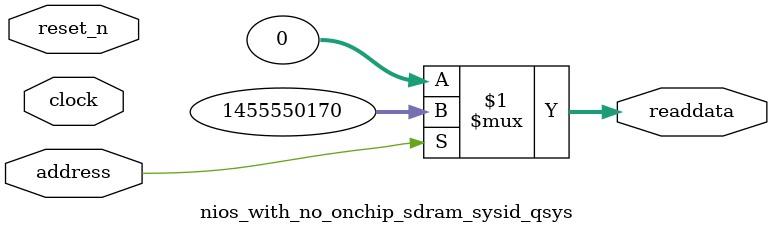
<source format=v>

`timescale 1ns / 1ps
// synthesis translate_on

// turn off superfluous verilog processor warnings 
// altera message_level Level1 
// altera message_off 10034 10035 10036 10037 10230 10240 10030 

module nios_with_no_onchip_sdram_sysid_qsys (
               // inputs:
                address,
                clock,
                reset_n,

               // outputs:
                readdata
             )
;

  output  [ 31: 0] readdata;
  input            address;
  input            clock;
  input            reset_n;

  wire    [ 31: 0] readdata;
  //control_slave, which is an e_avalon_slave
  assign readdata = address ? 1455550170 : 0;

endmodule




</source>
